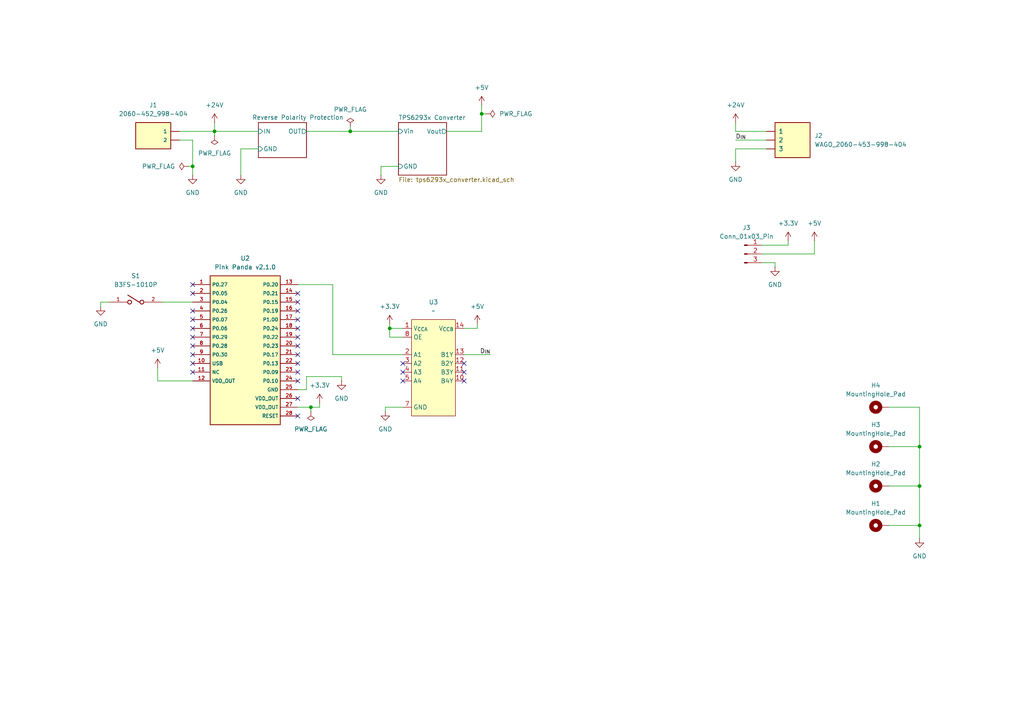
<source format=kicad_sch>
(kicad_sch (version 20250114) (generator "eeschema") (generator_version "9.0")
  (paper "A4")
  (lib_symbols
    (symbol "2060-452_998-404:2060-452_998-404" (pin_numbers (hide yes)) (pin_names (offset 1.016))
      (property "Reference" "J" (at -5.08 5.842 0))
      (property "Value" "2060-452_998-404" (at -10.668 -4.826 0))
      (symbol "2060-452_998-404_0_0"
        (rectangle (start -5.08 -2.54) (end 5.08 5.08) (stroke (width 0.254)) (fill (type background)))
      )
      (symbol "2060-452_998-404_1_0"
        (pin passive line (at -7.62 2.54 0) (length 2.54) (name "1") (number "1_1"))
        (pin passive line (at -7.62 2.54 0) (length 2.54) (name "1") (number "1_2"))
        (pin passive line (at -7.62 0 0) (length 2.54) (name "2") (number "2_1"))
        (pin passive line (at -7.62 0 0) (length 2.54) (name "2") (number "2_2"))
      )
    )
    (symbol "B3FS-1010P:B3FS-1010P" (pin_names (offset 1.016) (hide yes))
      (property "Reference" "S" (at -2.54 5.08 0))
      (property "Value" "B3FS-1010P" (at -5.08 -5.08 0))
      (symbol "B3FS-1010P_0_0"
        (circle (center -1.778 0) (radius 0.5588) (stroke (width 0.254)))
        (polyline (pts (xy 1.016 0) (xy -2.286 2.032)) (stroke (width 0.254)))
        (circle (center 1.778 0) (radius 0.5588) (stroke (width 0.254)))
        (pin passive line (at -7.62 0 0) (length 5.08) (name "~") (number "1"))
        (pin passive line (at 7.62 0 180) (length 5.08) (name "~") (number "2"))
      )
    )
    (symbol "Connector:Conn_01x03_Pin" (pin_names (offset 1.016) (hide yes))
      (property "Reference" "J" (at 0 5.08 0))
      (property "Value" "Conn_01x03_Pin" (at 0 -5.08 0))
      (symbol "Conn_01x03_Pin_1_1"
        (rectangle (start 0.8636 2.667) (end 0 2.413) (stroke (width 0.1524)) (fill (type outline)))
        (rectangle (start 0.8636 0.127) (end 0 -0.127) (stroke (width 0.1524)) (fill (type outline)))
        (rectangle (start 0.8636 -2.413) (end 0 -2.667) (stroke (width 0.1524)) (fill (type outline)))
        (polyline (pts (xy 1.27 2.54) (xy 0.8636 2.54)) (stroke (width 0.1524)))
        (polyline (pts (xy 1.27 0) (xy 0.8636 0)) (stroke (width 0.1524)))
        (polyline (pts (xy 1.27 -2.54) (xy 0.8636 -2.54)) (stroke (width 0.1524)))
        (pin passive line (at 5.08 2.54 180) (length 3.81) (name "Pin_1") (number "1"))
        (pin passive line (at 5.08 0 180) (length 3.81) (name "Pin_2") (number "2"))
        (pin passive line (at 5.08 -2.54 180) (length 3.81) (name "Pin_3") (number "3"))
      )
    )
    (symbol "Mechanical:MountingHole_Pad" (pin_numbers (hide yes)) (pin_names (offset 1.016) (hide yes)) (in_bom no)
      (property "Reference" "H" (at 0 6.35 0))
      (property "Value" "MountingHole_Pad" (at 0 4.445 0))
      (symbol "MountingHole_Pad_0_1"
        (circle (center 0 1.27) (radius 1.27) (stroke (width 1.27)))
      )
      (symbol "MountingHole_Pad_1_1"
        (pin input line (at 0 -2.54 90) (length 2.54) (name "1") (number "1"))
      )
    )
    (symbol "TI_TXU0104PWR:TXU0104PWR"
      (property "Reference" "U" (at 0 -12.7 0))
      (symbol "TXU0104PWR_1_0"
        (pin power_in line (at -8.89 13.97 0) (length 2.54) (name "V_{CCA}") (number "1"))
        (pin input line (at -8.89 11.43 0) (length 2.54) (name "OE") (number "8"))
        (pin input line (at -8.89 6.35 0) (length 2.54) (name "A1") (number "2"))
        (pin input line (at -8.89 3.81 0) (length 2.54) (name "A2") (number "3"))
        (pin input line (at -8.89 1.27 0) (length 2.54) (name "A3") (number "4"))
        (pin input line (at -8.89 -1.27 0) (length 2.54) (name "A4") (number "5"))
        (pin no_connect line (at -8.89 -3.81 0) (length 2.54) (hide yes) (name "NC") (number "6"))
        (pin power_in line (at -8.89 -8.89 0) (length 2.54) (name "GND") (number "7"))
        (pin power_in line (at 8.89 13.97 180) (length 2.54) (name "V_{CCB}") (number "14"))
        (pin output line (at 8.89 6.35 180) (length 2.54) (name "B1Y") (number "13"))
        (pin output line (at 8.89 3.81 180) (length 2.54) (name "B2Y") (number "12"))
        (pin output line (at 8.89 1.27 180) (length 2.54) (name "B3Y") (number "11"))
        (pin output line (at 8.89 -1.27 180) (length 2.54) (name "B4Y") (number "10"))
        (pin no_connect line (at 8.89 -3.81 180) (length 2.54) (hide yes) (name "NC") (number "9"))
      )
      (symbol "TXU0104PWR_1_1"
        (rectangle (start -6.35 16.51) (end 6.35 -11.43) (fill (type background)))
      )
    )
    (symbol "WAGO_2060-453-998-404:WAGO_2060-453-998-404" (pin_numbers (hide yes)) (pin_names (offset 1.016))
      (property "Reference" "J" (at -5.08 5.842 0))
      (property "Value" "WAGO_2060-453-998-404" (at -13.462 -7.62 0))
      (symbol "WAGO_2060-453-998-404_0_0"
        (rectangle (start -5.08 5.08) (end 5.08 -5.08) (stroke (width 0.254)) (fill (type background)))
      )
      (symbol "WAGO_2060-453-998-404_1_0"
        (pin passive line (at -7.62 2.54 0) (length 2.54) (name "1") (number "1_1"))
        (pin passive line (at -7.62 2.54 0) (length 2.54) (name "1") (number "1_2"))
        (pin passive line (at -7.62 0 0) (length 2.54) (name "2") (number "2_1"))
        (pin passive line (at -7.62 0 0) (length 2.54) (name "2") (number "2_2"))
        (pin passive line (at -7.62 -2.54 0) (length 2.54) (name "3") (number "3_1"))
        (pin passive line (at -7.62 -2.54 0) (length 2.54) (name "3") (number "3_2"))
      )
    )
    (symbol "pink_panda:pink_panda_v2.1.0"
      (property "Reference" "U" (at 0 26.162 0))
      (property "Value" "Pink Panda v2.1.0" (at 0.254 23.876 0))
      (symbol "pink_panda_v2.1.0_0_0"
        (rectangle (start -10.16 21.59) (end 10.16 -21.59) (stroke (width 0.254)) (fill (type background)))
        (pin passive line (at -15.24 19.05 0) (length 5.08) (name "P0.27") (number "1"))
        (pin passive line (at -15.24 16.51 0) (length 5.08) (name "P0.05") (number "2"))
        (pin passive line (at -15.24 13.97 0) (length 5.08) (name "P0.04") (number "3"))
        (pin passive line (at -15.24 11.43 0) (length 5.08) (name "P0.26") (number "4"))
        (pin passive line (at -15.24 8.89 0) (length 5.08) (name "P0.07") (number "5"))
        (pin passive line (at -15.24 6.35 0) (length 5.08) (name "P0.06") (number "6"))
        (pin passive line (at -15.24 3.81 0) (length 5.08) (name "P0.29") (number "7"))
        (pin passive line (at -15.24 1.27 0) (length 5.08) (name "P0.28") (number "8"))
        (pin passive line (at -15.24 -1.27 0) (length 5.08) (name "P0.30") (number "9"))
        (pin passive line (at -15.24 -3.81 0) (length 5.08) (name "USB") (number "10"))
        (pin passive line (at -15.24 -8.89 0) (length 5.08) (name "VDD_OUT") (number "12"))
        (pin passive line (at 15.24 19.05 180) (length 5.08) (name "P0.20") (number "13"))
        (pin passive line (at 15.24 16.51 180) (length 5.08) (name "P0.21") (number "14"))
        (pin passive line (at 15.24 13.97 180) (length 5.08) (name "P0.15") (number "15"))
        (pin passive line (at 15.24 11.43 180) (length 5.08) (name "P0.19") (number "16"))
        (pin passive line (at 15.24 8.89 180) (length 5.08) (name "P1.00") (number "17"))
        (pin passive line (at 15.24 6.35 180) (length 5.08) (name "P0.24") (number "18"))
        (pin passive line (at 15.24 3.81 180) (length 5.08) (name "P0.22") (number "19"))
        (pin passive line (at 15.24 1.27 180) (length 5.08) (name "P0.23") (number "20"))
        (pin passive line (at 15.24 -1.27 180) (length 5.08) (name "P0.17") (number "21"))
        (pin passive line (at 15.24 -3.81 180) (length 5.08) (name "P0.13") (number "22"))
        (pin passive line (at 15.24 -6.35 180) (length 5.08) (name "P0.09") (number "23"))
        (pin passive line (at 15.24 -8.89 180) (length 5.08) (name "P0.10") (number "24"))
        (pin passive line (at 15.24 -11.43 180) (length 5.08) (name "GND") (number "25"))
        (pin passive line (at 15.24 -13.97 180) (length 5.08) (name "VDD_OUT") (number "26"))
      )
      (symbol "pink_panda_v2.1.0_1_0"
        (pin passive line (at -15.24 -6.35 0) (length 5.08) (name "NC") (number "11"))
        (pin passive line (at 15.24 -16.51 180) (length 5.08) (name "VDD_OUT") (number "27"))
        (pin passive line (at 15.24 -19.05 180) (length 5.08) (name "RESET") (number "28"))
      )
    )
    (symbol "power:+24V" (power) (pin_numbers (hide yes)) (pin_names (offset 0) (hide yes))
      (property "Value" "+24V" (at 0 3.556 0))
      (symbol "+24V_0_1"
        (polyline (pts (xy -0.762 1.27) (xy 0 2.54)))
        (polyline (pts (xy 0 2.54) (xy 0.762 1.27)))
        (polyline (pts (xy 0 0) (xy 0 2.54)))
      )
      (symbol "+24V_1_1"
        (pin power_in line (at 0 0 90) (length 0) (name "~") (number "1"))
      )
    )
    (symbol "power:+3.3V" (power) (pin_numbers (hide yes)) (pin_names (offset 0) (hide yes))
      (property "Value" "+3.3V" (at 0 3.556 0))
      (symbol "+3.3V_0_1"
        (polyline (pts (xy -0.762 1.27) (xy 0 2.54)))
        (polyline (pts (xy 0 2.54) (xy 0.762 1.27)))
        (polyline (pts (xy 0 0) (xy 0 2.54)))
      )
      (symbol "+3.3V_1_1"
        (pin power_in line (at 0 0 90) (length 0) (name "~") (number "1"))
      )
    )
    (symbol "power:+5V" (power) (pin_numbers (hide yes)) (pin_names (offset 0) (hide yes))
      (property "Value" "+5V" (at 0 3.556 0))
      (symbol "+5V_0_1"
        (polyline (pts (xy -0.762 1.27) (xy 0 2.54)))
        (polyline (pts (xy 0 2.54) (xy 0.762 1.27)))
        (polyline (pts (xy 0 0) (xy 0 2.54)))
      )
      (symbol "+5V_1_1"
        (pin power_in line (at 0 0 90) (length 0) (name "~") (number "1"))
      )
    )
    (symbol "power:GND" (power) (pin_numbers (hide yes)) (pin_names (offset 0) (hide yes))
      (property "Value" "GND" (at 0 -3.81 0))
      (symbol "GND_0_1"
        (polyline (pts (xy 0 0) (xy 0 -1.27) (xy 1.27 -1.27) (xy 0 -2.54) (xy -1.27 -1.27) (xy 0 -1.27)))
      )
      (symbol "GND_1_1"
        (pin power_in line (at 0 0 270) (length 0) (name "~") (number "1"))
      )
    )
    (symbol "power:PWR_FLAG" (power) (pin_numbers (hide yes)) (pin_names (offset 0) (hide yes))
      (property "Value" "PWR_FLAG" (at 0 3.81 0))
      (symbol "PWR_FLAG_0_0"
        (pin power_out line (at 0 0 90) (length 0) (name "~") (number "1"))
      )
      (symbol "PWR_FLAG_0_1"
        (polyline (pts (xy 0 0) (xy 0 1.27) (xy -1.016 1.905) (xy 0 2.54) (xy 1.016 1.905) (xy 0 1.27)))
      )
    )
  )
  (junction (at 55.88 48.26))
  (junction (at 101.6 38.1))
  (junction (at 266.7 140.97))
  (junction (at 266.7 129.54))
  (junction (at 139.7 33.02))
  (junction (at 90.17 118.11))
  (junction (at 62.23 38.1))
  (junction (at 113.03 95.25))
  (junction (at 266.7 152.4))
  (no_connect (at 116.84 110.49))
  (no_connect (at 55.88 102.87))
  (no_connect (at 86.36 85.09))
  (no_connect (at 86.36 95.25))
  (no_connect (at 86.36 102.87))
  (no_connect (at 86.36 100.33))
  (no_connect (at 55.88 92.71))
  (no_connect (at 86.36 115.57))
  (no_connect (at 55.88 97.79))
  (no_connect (at 55.88 85.09))
  (no_connect (at 86.36 120.65))
  (no_connect (at 116.84 105.41))
  (no_connect (at 86.36 87.63))
  (no_connect (at 86.36 110.49))
  (no_connect (at 134.62 105.41))
  (no_connect (at 134.62 110.49))
  (no_connect (at 55.88 90.17))
  (no_connect (at 86.36 90.17))
  (no_connect (at 86.36 97.79))
  (no_connect (at 116.84 107.95))
  (no_connect (at 86.36 105.41))
  (no_connect (at 55.88 100.33))
  (no_connect (at 134.62 107.95))
  (no_connect (at 55.88 105.41))
  (no_connect (at 55.88 95.25))
  (no_connect (at 55.88 107.95))
  (no_connect (at 86.36 92.71))
  (no_connect (at 86.36 107.95))
  (no_connect (at 55.88 82.55))
  (wire (pts (xy 62.23 35.56) (xy 62.23 38.1)))
  (wire (pts (xy 222.25 43.18) (xy 213.36 43.18)))
  (wire (pts (xy 257.81 118.11) (xy 266.7 118.11)))
  (wire (pts (xy 86.36 118.11) (xy 90.17 118.11)))
  (wire (pts (xy 29.21 87.63) (xy 29.21 88.9)))
  (wire (pts (xy 220.98 71.12) (xy 228.6 71.12)))
  (wire (pts (xy 220.98 73.66) (xy 236.22 73.66)))
  (wire (pts (xy 139.7 33.02) (xy 139.7 30.48)))
  (wire (pts (xy 110.49 50.8) (xy 110.49 48.26)))
  (wire (pts (xy 54.61 48.26) (xy 55.88 48.26)))
  (wire (pts (xy 222.25 38.1) (xy 213.36 38.1)))
  (wire (pts (xy 213.36 40.64) (xy 222.25 40.64)))
  (wire (pts (xy 101.6 38.1) (xy 115.57 38.1)))
  (wire (pts (xy 62.23 38.1) (xy 62.23 39.37)))
  (wire (pts (xy 116.84 118.11) (xy 111.76 118.11)))
  (wire (pts (xy 31.75 87.63) (xy 29.21 87.63)))
  (wire (pts (xy 113.03 95.25) (xy 113.03 93.98)))
  (wire (pts (xy 88.9 109.22) (xy 99.06 109.22)))
  (wire (pts (xy 101.6 36.83) (xy 101.6 38.1)))
  (wire (pts (xy 116.84 97.79) (xy 113.03 97.79)))
  (wire (pts (xy 236.22 73.66) (xy 236.22 69.85)))
  (wire (pts (xy 266.7 129.54) (xy 266.7 140.97)))
  (wire (pts (xy 62.23 38.1) (xy 74.93 38.1)))
  (wire (pts (xy 257.81 140.97) (xy 266.7 140.97)))
  (wire (pts (xy 69.85 43.18) (xy 74.93 43.18)))
  (wire (pts (xy 52.07 38.1) (xy 62.23 38.1)))
  (wire (pts (xy 266.7 118.11) (xy 266.7 129.54)))
  (wire (pts (xy 224.79 76.2) (xy 224.79 77.47)))
  (wire (pts (xy 88.9 38.1) (xy 101.6 38.1)))
  (wire (pts (xy 113.03 97.79) (xy 113.03 95.25)))
  (wire (pts (xy 266.7 140.97) (xy 266.7 152.4)))
  (wire (pts (xy 55.88 110.49) (xy 45.72 110.49)))
  (wire (pts (xy 96.52 82.55) (xy 96.52 102.87)))
  (wire (pts (xy 266.7 152.4) (xy 266.7 156.21)))
  (wire (pts (xy 111.76 118.11) (xy 111.76 119.38)))
  (wire (pts (xy 90.17 118.11) (xy 90.17 119.38)))
  (wire (pts (xy 86.36 113.03) (xy 88.9 113.03)))
  (wire (pts (xy 257.81 152.4) (xy 266.7 152.4)))
  (wire (pts (xy 55.88 48.26) (xy 55.88 40.64)))
  (wire (pts (xy 139.7 38.1) (xy 139.7 33.02)))
  (wire (pts (xy 129.54 38.1) (xy 139.7 38.1)))
  (wire (pts (xy 228.6 71.12) (xy 228.6 69.85)))
  (wire (pts (xy 45.72 110.49) (xy 45.72 106.68)))
  (wire (pts (xy 134.62 95.25) (xy 138.43 95.25)))
  (wire (pts (xy 86.36 82.55) (xy 96.52 82.55)))
  (wire (pts (xy 257.81 129.54) (xy 266.7 129.54)))
  (wire (pts (xy 213.36 43.18) (xy 213.36 46.99)))
  (wire (pts (xy 134.62 102.87) (xy 142.24 102.87)))
  (wire (pts (xy 99.06 109.22) (xy 99.06 110.49)))
  (wire (pts (xy 138.43 95.25) (xy 138.43 93.98)))
  (wire (pts (xy 55.88 40.64) (xy 52.07 40.64)))
  (wire (pts (xy 55.88 50.8) (xy 55.88 48.26)))
  (wire (pts (xy 110.49 48.26) (xy 115.57 48.26)))
  (wire (pts (xy 90.17 118.11) (xy 92.71 118.11)))
  (wire (pts (xy 92.71 118.11) (xy 92.71 116.84)))
  (wire (pts (xy 116.84 95.25) (xy 113.03 95.25)))
  (wire (pts (xy 220.98 76.2) (xy 224.79 76.2)))
  (wire (pts (xy 46.99 87.63) (xy 55.88 87.63)))
  (wire (pts (xy 213.36 38.1) (xy 213.36 35.56)))
  (wire (pts (xy 69.85 50.8) (xy 69.85 43.18)))
  (wire (pts (xy 139.7 33.02) (xy 140.97 33.02)))
  (wire (pts (xy 96.52 102.87) (xy 116.84 102.87)))
  (wire (pts (xy 88.9 113.03) (xy 88.9 109.22)))
  (label "D_{IN}" (at 213.36 40.64 0))
  (label "D_{IN}" (at 142.24 102.87 180))
  (symbol (lib_id "power:PWR_FLAG") (at 140.97 33.02 270) (unit 1)
    (property "Reference" "#FLG03" (effects (hide yes)))
    (property "Value" "PWR_FLAG" (at 144.78 33.0199 90) (effects (justify left)))
    (property "Description" "Special symbol for telling ERC where power comes from" (effects (hide yes)))
  )
  (symbol (lib_id "power:+3.3V") (at 92.71 116.84 0) (unit 1)
    (property "Reference" "#PWR011" (effects (hide yes)))
    (property "Value" "+3.3V" (at 92.71 111.76 0))
    (property "Description" "Power symbol creates a global label with name \"+3.3V\"" (effects (hide yes)))
  )
  (symbol (lib_id "Mechanical:MountingHole_Pad") (at 255.27 129.54 90) (unit 1) (in_bom no)
    (property "Reference" "H3" (at 254 123.19 90))
    (property "Value" "MountingHole_Pad" (at 254 125.73 90))
    (property "Footprint" "MountingHole:MountingHole_2.7mm_M2.5_ISO7380_Pad" (effects (hide yes)))
    (property "Description" "Mounting Hole with connection" (effects (hide yes)))
  )
  (symbol (lib_id "power:GND") (at 111.76 119.38 0) (unit 1)
    (property "Reference" "#PWR014" (effects (hide yes)))
    (property "Value" "GND" (at 111.76 124.46 0))
    (property "Description" "Power symbol creates a global label with name \"GND\" , ground" (effects (hide yes)))
  )
  (symbol (lib_id "WAGO_2060-453-998-404:WAGO_2060-453-998-404") (at 229.87 40.64 0) (unit 1)
    (property "Reference" "J2" (at 236.22 39.3699 0) (effects (justify left)))
    (property "Value" "WAGO_2060-453-998-404" (at 236.22 41.9099 0) (effects (justify left)))
    (property "Footprint" "Connector_Wire-to-Board:WAGO_2060-453-998-404" (effects (hide yes)))
  )
  (symbol (lib_id "Mechanical:MountingHole_Pad") (at 255.27 140.97 90) (unit 1) (in_bom no)
    (property "Reference" "H2" (at 254 134.62 90))
    (property "Value" "MountingHole_Pad" (at 254 137.16 90))
    (property "Footprint" "MountingHole:MountingHole_2.7mm_M2.5_ISO7380_Pad" (effects (hide yes)))
    (property "Description" "Mounting Hole with connection" (effects (hide yes)))
  )
  (symbol (lib_id "power:PWR_FLAG") (at 62.23 39.37 180) (unit 1)
    (property "Reference" "#FLG01" (effects (hide yes)))
    (property "Value" "PWR_FLAG" (at 62.23 44.45 0))
    (property "Description" "Special symbol for telling ERC where power comes from" (effects (hide yes)))
  )
  (symbol (lib_id "power:GND") (at 99.06 110.49 0) (unit 1)
    (property "Reference" "#PWR05" (effects (hide yes)))
    (property "Value" "GND" (at 99.06 115.57 0))
    (property "Description" "Power symbol creates a global label with name \"GND\" , ground" (effects (hide yes)))
  )
  (symbol (lib_id "power:PWR_FLAG") (at 101.6 36.83 0) (unit 1)
    (property "Reference" "#FLG05" (effects (hide yes)))
    (property "Value" "PWR_FLAG" (at 101.6 31.75 0))
    (property "Description" "Special symbol for telling ERC where power comes from" (effects (hide yes)))
  )
  (symbol (lib_id "power:GND") (at 266.7 156.21 0) (unit 1)
    (property "Reference" "#PWR015" (effects (hide yes)))
    (property "Value" "GND" (at 266.7 161.29 0))
    (property "Description" "Power symbol creates a global label with name \"GND\" , ground" (effects (hide yes)))
  )
  (symbol (lib_id "Connector:Conn_01x03_Pin") (at 215.9 73.66 0) (unit 1)
    (property "Reference" "J3" (at 216.535 66.04 0))
    (property "Value" "Conn_01x03_Pin" (at 216.535 68.58 0))
    (property "Description" "Generic connector, single row, 01x03, script generated" (effects (hide yes)))
  )
  (symbol (lib_id "power:+5V") (at 139.7 30.48 0) (unit 1)
    (property "Reference" "#PWR013" (effects (hide yes)))
    (property "Value" "+5V" (at 139.7 25.4 0))
    (property "Description" "Power symbol creates a global label with name \"+5V\"" (effects (hide yes)))
  )
  (symbol (lib_id "power:GND") (at 29.21 88.9 0) (unit 1)
    (property "Reference" "#PWR04" (effects (hide yes)))
    (property "Value" "GND" (at 29.21 93.98 0))
    (property "Description" "Power symbol creates a global label with name \"GND\" , ground" (effects (hide yes)))
  )
  (symbol (lib_id "power:PWR_FLAG") (at 54.61 48.26 90) (unit 1)
    (property "Reference" "#FLG02" (effects (hide yes)))
    (property "Value" "PWR_FLAG" (at 50.8 48.2599 90) (effects (justify left)))
    (property "Description" "Special symbol for telling ERC where power comes from" (effects (hide yes)))
  )
  (symbol (lib_id "power:GND") (at 224.79 77.47 0) (unit 1)
    (property "Reference" "#PWR016" (effects (hide yes)))
    (property "Value" "GND" (at 224.79 82.55 0))
    (property "Description" "Power symbol creates a global label with name \"GND\" , ground" (effects (hide yes)))
  )
  (symbol (lib_id "power:+5V") (at 236.22 69.85 0) (unit 1)
    (property "Reference" "#PWR018" (effects (hide yes)))
    (property "Value" "+5V" (at 236.22 64.77 0))
    (property "Description" "Power symbol creates a global label with name \"+5V\"" (effects (hide yes)))
  )
  (symbol (lib_id "Mechanical:MountingHole_Pad") (at 255.27 152.4 90) (unit 1) (in_bom no)
    (property "Reference" "H1" (at 254 146.05 90))
    (property "Value" "MountingHole_Pad" (at 254 148.59 90))
    (property "Footprint" "MountingHole:MountingHole_2.7mm_M2.5_ISO7380_Pad" (effects (hide yes)))
    (property "Description" "Mounting Hole with connection" (effects (hide yes)))
  )
  (symbol (lib_id "B3FS-1010P:B3FS-1010P") (at 39.37 87.63 0) (unit 1)
    (property "Reference" "S1" (at 39.37 80.01 0))
    (property "Value" "B3FS-1010P" (at 39.37 82.55 0))
    (property "Footprint" "B3FS-1010:SW_B3FS-1010P" (effects (hide yes)))
    (property "MAXIMUM_PACKAGE_HEIGHT" "4.3mm" (effects (hide yes)))
    (property "STANDARD" "Manufacturer Recommendations" (effects (hide yes)))
    (property "MANUFACTURER" "Omron" (effects (hide yes)))
  )
  (symbol (lib_id "TI_TXU0104PWR:TXU0104PWR") (at 125.73 109.22 0) (unit 1)
    (property "Reference" "U3" (at 125.73 87.63 0))
    (property "Value" "~" (at 125.73 90.17 0))
    (property "Footprint" "SO:TSSOP-14_4.4x5mm_P0.65mm" (effects (hide yes)))
  )
  (symbol (lib_id "power:GND") (at 69.85 50.8 0) (unit 1)
    (property "Reference" "#PWR01" (effects (hide yes)))
    (property "Value" "GND" (at 69.85 55.88 0))
    (property "Description" "Power symbol creates a global label with name \"GND\" , ground" (effects (hide yes)))
  )
  (symbol (lib_id "Mechanical:MountingHole_Pad") (at 255.27 118.11 90) (unit 1) (in_bom no)
    (property "Reference" "H4" (at 254 111.76 90))
    (property "Value" "MountingHole_Pad" (at 254 114.3 90))
    (property "Footprint" "MountingHole:MountingHole_2.7mm_M2.5_ISO7380_Pad" (effects (hide yes)))
    (property "Description" "Mounting Hole with connection" (effects (hide yes)))
  )
  (symbol (lib_id "2060-452_998-404:2060-452_998-404") (at 44.45 40.64 0) (mirror y) (unit 1)
    (property "Reference" "J1" (at 44.45 30.48 0))
    (property "Value" "2060-452_998-404" (at 44.45 33.02 0))
    (property "Footprint" "WAGO_2060-452-998-404:WAGO_2060-452_998-404" (effects (hide yes)))
    (property "MF" "WAGO" (effects (hide yes)))
    (property "MAXIMUM_PACKAGE_HEIGHT" "4.5 mm" (effects (hide yes)))
    (property "Package" "None" (effects (hide yes)))
    (property "Price" "None" (effects (hide yes)))
    (property "Check_prices" "https://www.snapeda.com/parts/2060-452/998-404/WAGO/view-part/?ref=eda" (effects (hide yes)))
    (property "STANDARD" "Manufacturer Recommendations" (effects (hide yes)))
    (property "PARTREV" "N/A" (effects (hide yes)))
    (property "SnapEDA_Link" "https://www.snapeda.com/parts/2060-452/998-404/WAGO/view-part/?ref=snap" (effects (hide yes)))
    (property "MP" "2060-452/998-404" (effects (hide yes)))
    (property "Description_1" "\n                        \n                            2 Position Wire to Board Terminal Block Horizontal with Board 0.157 (4.00mm) Surface Mount\n                        \n" (effects (hide yes)))
    (property "MANUFACTURER" "WAGO" (effects (hide yes)))
    (property "Availability" "In Stock" (effects (hide yes)))
    (property "SNAPEDA_PN" "2060-452/998-404" (effects (hide yes)))
  )
  (symbol (lib_id "power:GND") (at 213.36 46.99 0) (unit 1)
    (property "Reference" "#PWR010" (effects (hide yes)))
    (property "Value" "GND" (at 213.36 52.07 0))
    (property "Description" "Power symbol creates a global label with name \"GND\" , ground" (effects (hide yes)))
  )
  (symbol (lib_id "power:+5V") (at 45.72 106.68 0) (unit 1)
    (property "Reference" "#PWR06" (effects (hide yes)))
    (property "Value" "+5V" (at 45.72 101.6 0))
    (property "Description" "Power symbol creates a global label with name \"+5V\"" (effects (hide yes)))
  )
  (symbol (lib_id "power:+3.3V") (at 228.6 69.85 0) (unit 1)
    (property "Reference" "#PWR017" (effects (hide yes)))
    (property "Value" "+3.3V" (at 228.6 64.77 0))
    (property "Description" "Power symbol creates a global label with name \"+3.3V\"" (effects (hide yes)))
  )
  (symbol (lib_id "power:GND") (at 110.49 50.8 0) (unit 1)
    (property "Reference" "#PWR02" (effects (hide yes)))
    (property "Value" "GND" (at 110.49 55.88 0))
    (property "Description" "Power symbol creates a global label with name \"GND\" , ground" (effects (hide yes)))
  )
  (symbol (lib_id "power:PWR_FLAG") (at 90.17 119.38 180) (unit 1)
    (property "Reference" "#FLG04" (effects (hide yes)))
    (property "Value" "PWR_FLAG" (at 90.17 124.46 0))
    (property "Description" "Special symbol for telling ERC where power comes from" (effects (hide yes)))
  )
  (symbol (lib_id "power:+3.3V") (at 113.03 93.98 0) (unit 1)
    (property "Reference" "#PWR012" (effects (hide yes)))
    (property "Value" "+3.3V" (at 113.03 88.9 0))
    (property "Description" "Power symbol creates a global label with name \"+3.3V\"" (effects (hide yes)))
  )
  (symbol (lib_id "power:GND") (at 55.88 50.8 0) (mirror y) (unit 1)
    (property "Reference" "#PWR03" (effects (hide yes)))
    (property "Value" "GND" (at 55.88 55.88 0))
    (property "Description" "Power symbol creates a global label with name \"GND\" , ground" (effects (hide yes)))
  )
  (symbol (lib_id "power:+24V") (at 213.36 35.56 0) (unit 1)
    (property "Reference" "#PWR09" (effects (hide yes)))
    (property "Value" "+24V" (at 213.36 30.48 0))
    (property "Description" "Power symbol creates a global label with name \"+24V\"" (effects (hide yes)))
  )
  (symbol (lib_id "pink_panda:pink_panda_v2.1.0") (at 71.12 101.6 0) (unit 1)
    (property "Reference" "U2" (at 71.12 74.93 0))
    (property "Value" "Pink Panda v2.1.0" (at 71.12 77.47 0))
  )
  (symbol (lib_id "power:+24V") (at 62.23 35.56 0) (unit 1)
    (property "Reference" "#PWR08" (effects (hide yes)))
    (property "Value" "+24V" (at 62.23 30.48 0))
    (property "Description" "Power symbol creates a global label with name \"+24V\"" (effects (hide yes)))
  )
  (symbol (lib_id "power:+5V") (at 138.43 93.98 0) (unit 1)
    (property "Reference" "#PWR07" (effects (hide yes)))
    (property "Value" "+5V" (at 138.43 88.9 0))
    (property "Description" "Power symbol creates a global label with name \"+5V\"" (effects (hide yes)))
  )
  (sheet (at 74.93 35.56) (size 13.97 10.16) (stroke (width 0.1524))
    (property "Sheetname" "Reverse Polarity Protection" (at 73.152 34.798 0) (effects (justify left bottom)))
    (property "Sheetfile" "reverse_polarity_protection.kicad_sch" (effects (hide yes)))
    (pin "OUT" output (at 88.9 38.1 0))
    (pin "GND" input (at 74.93 43.18 180))
    (pin "IN" input (at 74.93 38.1 180))
  )
  (sheet (at 115.57 35.56) (size 13.97 15.24) (stroke (width 0.1524))
    (property "Sheetname" "TPS6293x Converter" (at 115.57 34.8484 0) (effects (justify left bottom)))
    (property "Sheetfile" "tps6293x_converter.kicad_sch" (at 115.57 51.3846 0) (effects (justify left top)))
    (pin "Vin" input (at 115.57 38.1 180))
    (pin "GND" input (at 115.57 48.26 180))
    (pin "Vout" output (at 129.54 38.1 0))
  )
)
</source>
